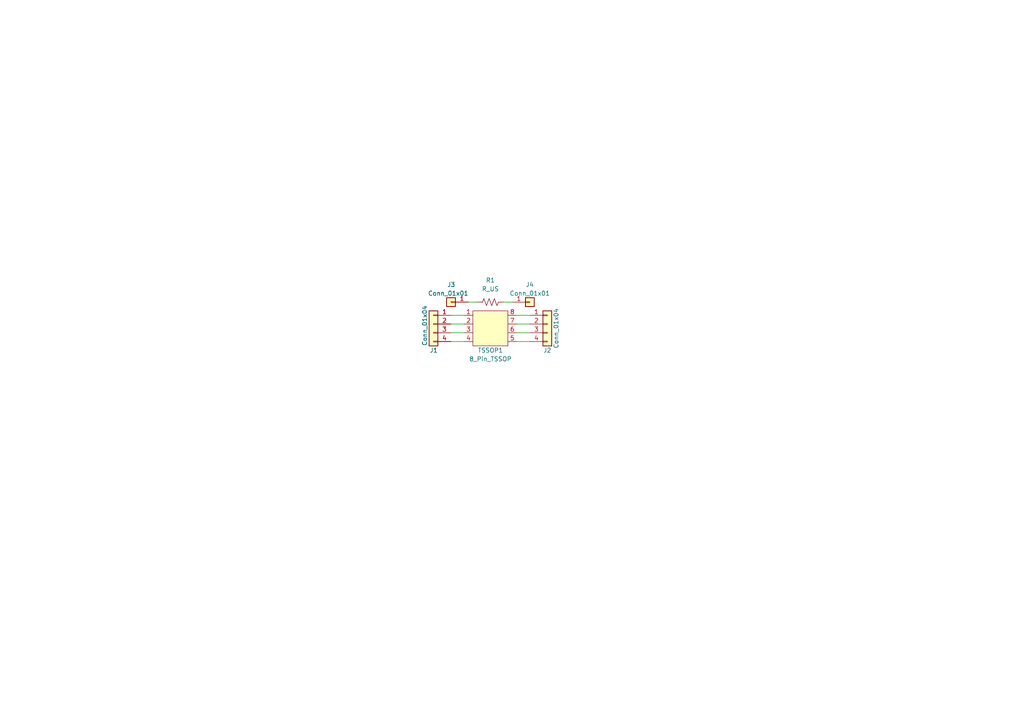
<source format=kicad_sch>
(kicad_sch (version 20211123) (generator eeschema)
  (paper "A4")
  (title_block (title "8 Pin Testing Board") (date "2023-03-29") (rev "0"))
  (lib_symbols
    (symbol "8_Pin_TSSOP_Board:8_Pin_TSSOP"
      (property "Reference" "U" (at 0 7.62 0))
      (property "Value" "8_Pin_TSSOP" (at 0 -5.08 0))
      (symbol "8_Pin_TSSOP_0_1"
        (rectangle (start -5.08 6.35) (end 5.08 -3.81) (fill (type background)))
      )
      (symbol "8_Pin_TSSOP_1_1"
        (pin unspecified line (at -7.62 5.08 0) (length 2.54) (name "") (number "1"))
        (pin unspecified line (at -7.62 2.54 0) (length 2.54) (name "") (number "2"))
        (pin unspecified line (at -7.62 0 0) (length 2.54) (name "") (number "3"))
        (pin unspecified line (at -7.62 -2.54 0) (length 2.54) (name "") (number "4"))
        (pin unspecified line (at 7.62 -2.54 180) (length 2.54) (name "") (number "5"))
        (pin unspecified line (at 7.62 0 180) (length 2.54) (name "") (number "6"))
        (pin unspecified line (at 7.62 2.54 180) (length 2.54) (name "") (number "7"))
        (pin unspecified line (at 7.62 5.08 180) (length 2.54) (name "") (number "8"))
      )
    )
    (symbol "Connector_Generic:Conn_01x01" (pin_names (offset 1.016) hide)
      (property "Reference" "J" (at 0 2.54 0))
      (property "Value" "Conn_01x01" (at 0 -2.54 0))
      (symbol "Conn_01x01_1_1"
        (rectangle (start -1.27 0.127) (end 0 -0.127) (stroke (width 0.1524)))
        (rectangle (start -1.27 1.27) (end 1.27 -1.27) (stroke (width 0.254)) (fill (type background)))
        (pin passive line (at -5.08 0 0) (length 3.81) (name "Pin_1") (number "1"))
      )
    )
    (symbol "Connector_Generic:Conn_01x04" (pin_names (offset 1.016) hide)
      (property "Reference" "J" (at 0 5.08 0))
      (property "Value" "Conn_01x04" (at 0 -7.62 0))
      (symbol "Conn_01x04_1_1"
        (rectangle (start -1.27 -4.953) (end 0 -5.207) (stroke (width 0.1524)))
        (rectangle (start -1.27 -2.413) (end 0 -2.667) (stroke (width 0.1524)))
        (rectangle (start -1.27 0.127) (end 0 -0.127) (stroke (width 0.1524)))
        (rectangle (start -1.27 2.667) (end 0 2.413) (stroke (width 0.1524)))
        (rectangle (start -1.27 3.81) (end 1.27 -6.35) (stroke (width 0.254)) (fill (type background)))
        (pin passive line (at -5.08 2.54 0) (length 3.81) (name "Pin_1") (number "1"))
        (pin passive line (at -5.08 0 0) (length 3.81) (name "Pin_2") (number "2"))
        (pin passive line (at -5.08 -2.54 0) (length 3.81) (name "Pin_3") (number "3"))
        (pin passive line (at -5.08 -5.08 0) (length 3.81) (name "Pin_4") (number "4"))
      )
    )
    (symbol "Device:R_US" (pin_numbers hide) (pin_names (offset 0))
      (property "Reference" "R" (at 2.54 0 90))
      (property "Value" "R_US" (at -2.54 0 90))
      (symbol "R_US_0_1"
        (polyline (pts (xy 0 -2.286) (xy 0 -2.54)))
        (polyline (pts (xy 0 2.286) (xy 0 2.54)))
        (polyline (pts (xy 0 -0.762) (xy 1.016 -1.143) (xy 0 -1.524) (xy -1.016 -1.905) (xy 0 -2.286)))
        (polyline (pts (xy 0 0.762) (xy 1.016 0.381) (xy 0 0) (xy -1.016 -0.381) (xy 0 -0.762)))
        (polyline (pts (xy 0 2.286) (xy 1.016 1.905) (xy 0 1.524) (xy -1.016 1.143) (xy 0 0.762)))
      )
      (symbol "R_US_1_1"
        (pin passive line (at 0 3.81 270) (length 1.27) (name "~") (number "1"))
        (pin passive line (at 0 -3.81 90) (length 1.27) (name "~") (number "2"))
      )
    )
  )
  (wire (pts (xy 153.67 96.52) (xy 149.86 96.52)))
  (wire (pts (xy 153.67 91.44) (xy 149.86 91.44)))
  (wire (pts (xy 130.81 93.98) (xy 134.62 93.98)))
  (wire (pts (xy 130.81 91.44) (xy 134.62 91.44)))
  (wire (pts (xy 153.67 99.06) (xy 149.86 99.06)))
  (wire (pts (xy 135.89 87.63) (xy 138.43 87.63)))
  (wire (pts (xy 130.81 99.06) (xy 134.62 99.06)))
  (wire (pts (xy 130.81 96.52) (xy 134.62 96.52)))
  (wire (pts (xy 153.67 93.98) (xy 149.86 93.98)))
  (wire (pts (xy 146.05 87.63) (xy 148.59 87.63)))
  (symbol (lib_id "Connector_Generic:Conn_01x04") (at 125.73 93.98 0) (mirror y) (unit 1)
    (property "Reference" "J1" (at 127 101.6 0) (effects (justify left)))
    (property "Value" "Conn_01x04" (at 123.19 100.33 90) (effects (justify left)))
    (property "Footprint" "Connector_PinSocket_2.54mm:PinSocket_1x04_P2.54mm_Vertical" (effects hide))
  )
  (symbol (lib_id "Connector_Generic:Conn_01x01") (at 153.67 87.63 0) (unit 1)
    (property "Reference" "J4" (at 153.67 82.55 0))
    (property "Value" "Conn_01x01" (at 153.67 85.09 0))
    (property "Footprint" "Connector_PinSocket_2.54mm:PinSocket_1x01_P2.54mm_Vertical" (effects hide))
  )
  (symbol (lib_id "8_Pin_TSSOP_Board:8_Pin_TSSOP") (at 142.24 96.52 0) (unit 1)
    (property "Reference" "TSSOP1" (at 142.24 101.6 0))
    (property "Value" "8_Pin_TSSOP" (at 142.24 104.14 0))
    (property "Footprint" "TSSOP_Footprints:8_Pin_TSSOP_Board" (effects hide))
  )
  (symbol (lib_id "Connector_Generic:Conn_01x01") (at 130.81 87.63 0) (mirror y) (unit 1)
    (property "Reference" "J3" (at 132.08 82.55 0) (effects (justify left)))
    (property "Value" "Conn_01x01" (at 135.89 85.09 0) (effects (justify left)))
    (property "Footprint" "Connector_PinSocket_2.54mm:PinSocket_1x01_P2.54mm_Vertical" (effects hide))
  )
  (symbol (lib_id "Connector_Generic:Conn_01x04") (at 158.75 93.98 0) (unit 1)
    (property "Reference" "J2" (at 158.75 101.6 0))
    (property "Value" "Conn_01x04" (at 161.29 95.25 90))
    (property "Footprint" "Connector_PinSocket_2.54mm:PinSocket_1x04_P2.54mm_Vertical" (effects hide))
  )
  (symbol (lib_id "Device:R_US") (at 142.24 87.63 270) (unit 1)
    (property "Reference" "R1" (at 142.24 81.28 90))
    (property "Value" "R_US" (at 142.24 83.82 90))
    (property "Footprint" "Resistor_SMD:R_0805_2012Metric" (effects hide))
  )
)
</source>
